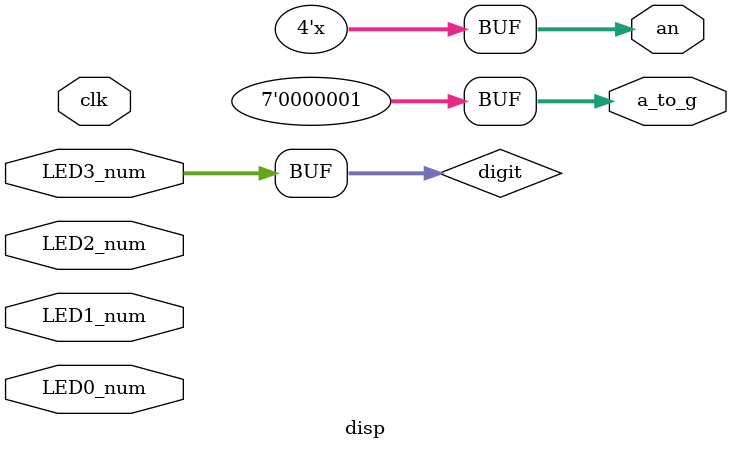
<source format=v>
`timescale 1ns / 1ps
module disp(
		input wire clk,
		input [3:0] LED0_num,
		input [3:0] LED1_num,
		input [3:0] LED2_num,
		input [3:0] LED3_num,
		output reg [6:0] a_to_g,
		output reg [3:0] an
    );
	 reg [1:0] s;
	 reg [3:0] digit;
	 reg [16:0] clkdiv;
	 always @ (*)
		begin
			an = 4'b1111;
			s <= clkdiv[16:15];
			an[s] = 0;
			case (s)
				0:digit <= LED0_num[3:0];
				1:digit <= LED1_num[3:0];
				2:digit <= LED2_num[3:0];
				3:digit <= LED3_num[3:0];
				default:digit <= LED3_num[3:0];
			endcase
			case (digit)
				0:a_to_g=7'b0000001;
				1:a_to_g=7'b1001111;
				2:a_to_g=7'b0010010;
				3:a_to_g=7'b0000110;
				4:a_to_g=7'b1001100;
				5:a_to_g=7'b0100100;
				6:a_to_g=7'b0100000;
				7:a_to_g=7'b0001111;
				8:a_to_g=7'b0000000;
				9:a_to_g=7'b0000100;
				'hA:a_to_g=7'b0001000;
				'hB:a_to_g=7'b1100000;
				'hC:a_to_g=7'b0110001;
				'hD:a_to_g=7'b1000010;
				'hE:a_to_g=7'b0110000;
				'hF:a_to_g=7'b0111000;
				default:a_to_g=7'b000000001; //0
			endcase
		end
	always @ ( posedge clk )
		begin
			clkdiv <= clkdiv + 1;
		end
endmodule

</source>
